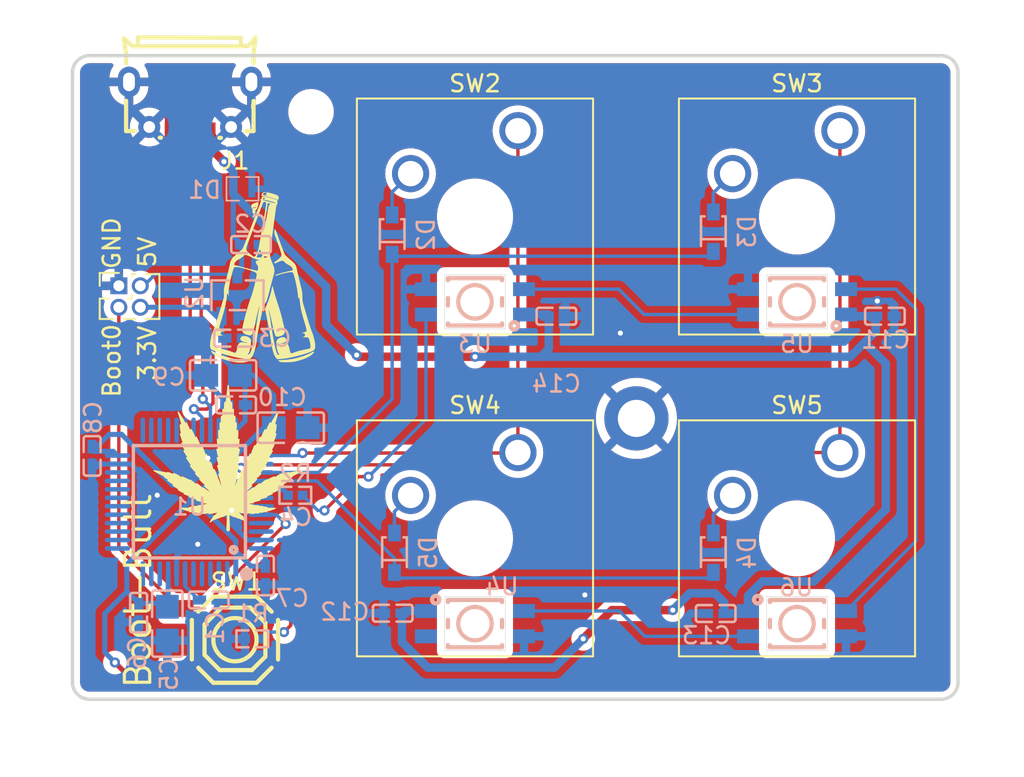
<source format=kicad_pcb>
(kicad_pcb (version 20240108) (generator "pcbnew") (generator_version "8.0")
  (layers (0 "F.Cu" signal) (31 "B.Cu" signal) (34 "B.Paste" user) (35 "F.Paste" user) (36 "B.SilkS" user "B.Silkscreen") (37 "F.SilkS" user "F.Silkscreen") (38 "B.Mask" user) (39 "F.Mask" user) (44 "Edge.Cuts" user))
  (net 0 "")
  (net 1 "Net-(U1-NRST)")
  (net 2 "GND")
  (net 3 "+5V")
  (net 4 "+3.3V")
  (net 5 "/STM32/USB D-")
  (net 7 "/STM32/USB D+")
  (net 24 "/STM32/Boot")
  (net 31 "Net-(SW1-C)")
  (net 32 "/Keyboard Matrix/Row0")
  (net 33 "Net-(D2-Pad2)")
  (net 34 "Net-(D3-Pad2)")
  (net 35 "Net-(D4-Pad2)")
  (net 36 "/Keyboard Matrix/Row1")
  (net 37 "Net-(D5-Pad2)")
  (net 38 "Net-(U3-DIN)")
  (net 39 "/RGB LEDs/LED_Control")
  (net 41 "Net-(U3-DOUT)")
  (net 42 "Net-(U5-DOUT)")
  (net 43 "Net-(U4-DIN)")
  (net 44 "/Keyboard Matrix/Col0")
  (net 45 "/Keyboard Matrix/Col1")
  (footprint "JLClib:SW-SMD_4P-L5.1-W5.1-P3.70-LS6.5-TL-2" (layer "F.Cu") (at 173.76 82.5175 180)
    (property "Reference" "SW1" (at -0.094203 3.433084 0) (layer "F.SilkS"))
    (property "Value" "~")
    (pad "1" smd rect (at -3.3 -1.85 180) (size 1.7 1) (layers "F.Cu" "F.Paste" "F.Mask") (net 4 "+3.3V"))
    (pad "2" smd rect (at 3.3 -1.85 180) (size 1.7 1) (layers "F.Cu" "F.Paste" "F.Mask") (net 4 "+3.3V"))
    (pad "3" smd rect (at -3.3 1.85 180) (size 1.7 1) (layers "F.Cu" "F.Paste" "F.Mask") (net 31 "Net-(SW1-C)"))
    (pad "4" smd rect (at 3.3 1.85 180) (size 1.7 1) (layers "F.Cu" "F.Paste" "F.Mask") (net 24 "/STM32/Boot"))
  )
  (footprint "JLClib:SW_Cherry_MX_1.00u_Plate" (layer "F.Cu") (at 187.96 76.5175)
    (property "Reference" "SW4" (at 0 -7.874 0) (layer "F.SilkS"))
    (property "Value" "D")
    (pad "" np_thru_hole circle (at 0 0) (size 4 4) (drill 4) (layers "*.Cu" "*.Mask"))
    (pad "1" thru_hole circle (at 2.54 -5.08) (size 2.2 2.2) (drill 1.5) (layers "*.Cu" "*.Mask") (net 44 "/Keyboard Matrix/Col0"))
    (pad "2" thru_hole circle (at -3.81 -2.54) (size 2.2 2.2) (drill 1.5) (layers "*.Cu" "*.Mask") (net 37 "Net-(D5-Pad2)"))
  )
  (footprint "Connector_PinHeader_1.27mm:PinHeader_2x02_P1.27mm_Vertical" (layer "F.Cu") (at 166.89 61.5675)
    (property "Reference" "J2" (hide yes))
    (property "Value" "Conn_01x04_Pin" (hide yes))
    (pad "1" thru_hole rect (at 0 0) (size 1 1) (drill 0.65) (layers "*.Cu" "*.Mask") (net 2 "GND"))
    (pad "2" thru_hole oval (at 1.27 0) (size 1 1) (drill 0.65) (layers "*.Cu" "*.Mask") (net 3 "+5V"))
    (pad "3" thru_hole oval (at 0 1.27) (size 1 1) (drill 0.65) (layers "*.Cu" "*.Mask") (net 24 "/STM32/Boot"))
    (pad "4" thru_hole oval (at 1.27 1.27) (size 1 1) (drill 0.65) (layers "*.Cu" "*.Mask") (net 4 "+3.3V"))
  )
  (footprint "MountingHole:MountingHole_2.2mm_M2_DIN965" (layer "F.Cu") (at 178.26 51.2675)
    (property "Reference" "REF**" (hide yes))
    (property "Value" "MountingHole_2.2mm_M2_DIN965")
    (pad "" np_thru_hole circle (at 0 0) (size 2.2 2.2) (drill 2.2) (layers "*.Cu" "*.Mask"))
  )
  (footprint "LOGO" (layer "F.Cu") (at 173.21015 71.797082)
    (property "Reference" "G***" (hide yes))
    (property "Value" "LOGO" (hide yes))
  )
  (footprint "JLClib:MICRO-USB-SMD_MICROXNJ" (layer "F.Cu") (at 171.11 51.0975 180)
    (property "Reference" "J1" (at -2.65 -3.07 0) (layer "F.SilkS"))
    (property "Value" "USB_B_Micro")
    (pad "1" smd rect (at -1.3 -1.6 90) (size 1.6 0.4) (layers "F.Cu" "F.Paste" "F.Mask") (net 3 "+5V"))
    (pad "2" smd rect (at -0.65 -1.6 90) (size 1.6 0.4) (layers "F.Cu" "F.Paste" "F.Mask") (net 5 "/STM32/USB D-"))
    (pad "3" smd rect (at 0 -1.6 90) (size 1.6 0.4) (layers "F.Cu" "F.Paste" "F.Mask") (net 7 "/STM32/USB D+"))
    (pad "4" smd rect (at 0.65 -1.6 90) (size 1.6 0.4) (layers "F.Cu" "F.Paste" "F.Mask"))
    (pad "5" smd rect (at 1.3 -1.6 90) (size 1.6 0.4) (layers "F.Cu" "F.Paste" "F.Mask") (net 2 "GND"))
    (pad "6" thru_hole circle (at 2.42 -1.07 180) (size 1.3 1.3) (drill 0.700024) (layers "*.Cu" "*.Mask") (net 2 "GND"))
    (pad "7" thru_hole oval (at 3.62 1.6 180) (size 1.3 1.8) (drill oval 0.700024 1.099998) (layers "*.Cu" "*.Mask") (net 2 "GND"))
    (pad "8" thru_hole oval (at -3.62 1.6 180) (size 1.3 1.8) (drill oval 0.700024 1.099998) (layers "*.Cu" "*.Mask") (net 2 "GND"))
    (pad "9" thru_hole circle (at -2.42 -1.07 180) (size 1.3 1.3) (drill 0.700024) (layers "*.Cu" "*.Mask") (net 2 "GND"))
  )
  (footprint "MountingHole:MountingHole_2.2mm_M2_DIN965_Pad" (layer "F.Cu") (at 197.51 69.4175)
    (property "Reference" "REF**" (hide yes))
    (property "Value" "MountingHole_2.2mm_M2_DIN965_Pad")
    (pad "1" thru_hole circle (at 0 0) (size 3.8 3.8) (drill 2.2) (layers "*.Cu" "*.Mask") (net 2 "GND"))
  )
  (footprint "JLClib:SW_Cherry_MX_1.00u_Plate" (layer "F.Cu") (at 187.96 57.4675)
    (property "Reference" "SW2" (at 0 -7.874 0) (layer "F.SilkS"))
    (property "Value" "A")
    (pad "" np_thru_hole circle (at 0 0) (size 4 4) (drill 4) (layers "*.Cu" "*.Mask"))
    (pad "1" thru_hole circle (at 2.54 -5.08) (size 2.2 2.2) (drill 1.5) (layers "*.Cu" "*.Mask") (net 44 "/Keyboard Matrix/Col0"))
    (pad "2" thru_hole circle (at -3.81 -2.54) (size 2.2 2.2) (drill 1.5) (layers "*.Cu" "*.Mask") (net 33 "Net-(D2-Pad2)"))
  )
  (footprint "JLClib:SW_Cherry_MX_1.00u_Plate" (layer "F.Cu") (at 207.01 76.5175)
    (property "Reference" "SW5" (at 0 -7.874 0) (layer "F.SilkS"))
    (property "Value" "W")
    (pad "" np_thru_hole circle (at 0 0) (size 4 4) (drill 4) (layers "*.Cu" "*.Mask"))
    (pad "1" thru_hole circle (at 2.54 -5.08) (size 2.2 2.2) (drill 1.5) (layers "*.Cu" "*.Mask") (net 45 "/Keyboard Matrix/Col1"))
    (pad "2" thru_hole circle (at -3.81 -2.54) (size 2.2 2.2) (drill 1.5) (layers "*.Cu" "*.Mask") (net 35 "Net-(D4-Pad2)"))
  )
  (footprint "JLClib:SW_Cherry_MX_1.00u_Plate" (layer "F.Cu") (at 207.01 57.4675)
    (property "Reference" "SW3" (at 0 -7.874 0) (layer "F.SilkS"))
    (property "Value" "S")
    (pad "" np_thru_hole circle (at 0 0) (size 4 4) (drill 4) (layers "*.Cu" "*.Mask"))
    (pad "1" thru_hole circle (at 2.54 -5.08) (size 2.2 2.2) (drill 1.5) (layers "*.Cu" "*.Mask") (net 45 "/Keyboard Matrix/Col1"))
    (pad "2" thru_hole circle (at -3.81 -2.54) (size 2.2 2.2) (drill 1.5) (layers "*.Cu" "*.Mask") (net 34 "Net-(D3-Pad2)"))
  )
  (footprint "LOGO" (layer "F.Cu") (at 176.16 61.0675)
    (property "Reference" "G***" (hide yes))
    (property "Value" "LOGO" (hide yes))
  )
  (footprint "JLClib:SOD-323_L1.8-W1.3-LS2.5-RD" (layer "B.Cu") (at 183.06 58.5375 90)
    (property "Reference" "D2" (at 0 2 90) (layer "B.SilkS") (effects (justify mirror)))
    (property "Value" "A" (hide yes))
    (pad "1" smd rect (at -1.17 0 90) (size 1 0.75) (layers "B.Cu" "B.Paste" "B.Mask") (net 32 "/Keyboard Matrix/Row0"))
    (pad "2" smd rect (at 1.17 0 90) (size 1 0.75) (layers "B.Cu" "B.Paste" "B.Mask") (net 33 "Net-(D2-Pad2)"))
  )
  (footprint "JLClib:SOD-323_L1.8-W1.3-LS2.5-RD" (layer "B.Cu") (at 202.06 77.3675 90)
    (property "Reference" "D4" (at 0 2 90) (layer "B.SilkS") (effects (justify mirror)))
    (property "Value" "W" (hide yes))
    (pad "1" smd rect (at -1.17 0 90) (size 1 0.75) (layers "B.Cu" "B.Paste" "B.Mask") (net 36 "/Keyboard Matrix/Row1"))
    (pad "2" smd rect (at 1.17 0 90) (size 1 0.75) (layers "B.Cu" "B.Paste" "B.Mask") (net 35 "Net-(D4-Pad2)"))
  )
  (footprint "JLClib:C0805" (layer "B.Cu") (at 169.76 81.5675 -90)
    (property "Reference" "C5" (at 3 -0.1 90) (layer "B.SilkS") (effects (justify mirror)))
    (property "Value" "10nF")
    (pad "1" smd rect (at -1 0 270) (size 1.41 1.35) (layers "B.Cu" "B.Paste" "B.Mask") (net 4 "+3.3V"))
    (pad "2" smd rect (at 1 0 270) (size 1.41 1.35) (layers "B.Cu" "B.Paste" "B.Mask") (net 2 "GND"))
  )
  (footprint "JLClib:C0402" (layer "B.Cu") (at 165.31 71.6375 -90)
    (property "Reference" "C8" (at -2.27 -0.05 90) (layer "B.SilkS") (effects (justify mirror)))
    (property "Value" "100nF")
    (pad "1" smd rect (at -0.55 0 270) (size 0.79 0.54) (layers "B.Cu" "B.Paste" "B.Mask") (net 4 "+3.3V"))
    (pad "2" smd rect (at 0.55 0 270) (size 0.79 0.54) (layers "B.Cu" "B.Paste" "B.Mask") (net 2 "GND"))
  )
  (footprint "JLClib:C0402" (layer "B.Cu") (at 172.21 80.1675 180)
    (property "Reference" "C1" (at -0.38 -1.65 -90) (layer "B.SilkS") (effects (justify mirror)))
    (property "Value" "100nF")
    (pad "1" smd rect (at -0.55 0 180) (size 0.79 0.54) (layers "B.Cu" "B.Paste" "B.Mask") (net 2 "GND"))
    (pad "2" smd rect (at 0.55 0 180) (size 0.79 0.54) (layers "B.Cu" "B.Paste" "B.Mask") (net 1 "Net-(U1-NRST)"))
  )
  (footprint "JLClib:LED-SMD_L3.2-W2.8-TR" (layer "B.Cu") (at 187.96 62.5175)
    (property "Reference" "U3" (at 0 2.5 180) (layer "B.SilkS") (effects (justify mirror)))
    (property "Value" "A")
    (fp_rect (start 1.8 -1.6) (end -1.8 1.6) (stroke (width 0.03)) (fill none) (layer "Edge.Cuts"))
    (pad "1" smd rect (at 2.9 0.75 270) (size 0.82 1.3) (layers "B.Cu" "B.Paste" "B.Mask") (net 3 "+5V"))
    (pad "2" smd rect (at 2.9 -0.75 270) (size 0.82 1.3) (layers "B.Cu" "B.Paste" "B.Mask") (net 41 "Net-(U3-DOUT)"))
    (pad "3" smd rect (at -2.9 -0.75 270) (size 0.82 1.3) (layers "B.Cu" "B.Paste" "B.Mask") (net 2 "GND"))
    (pad "4" smd rect (at -2.9 0.75 270) (size 0.82 1.3) (layers "B.Cu" "B.Paste" "B.Mask") (net 38 "Net-(U3-DIN)"))
  )
  (footprint "JLClib:LED-SMD_L3.2-W2.8-TR" (layer "B.Cu") (at 207.01 62.5175)
    (property "Reference" "U5" (at 0 2.5 0) (layer "B.SilkS") (effects (justify mirror)))
    (property "Value" "S")
    (fp_rect (start 1.8 -1.6) (end -1.8 1.6) (stroke (width 0.03)) (fill none) (layer "Edge.Cuts"))
    (pad "1" smd rect (at 2.9 0.75 270) (size 0.82 1.3) (layers "B.Cu" "B.Paste" "B.Mask") (net 3 "+5V"))
    (pad "2" smd rect (at 2.9 -0.75 270) (size 0.82 1.3) (layers "B.Cu" "B.Paste" "B.Mask") (net 42 "Net-(U5-DOUT)"))
    (pad "3" smd rect (at -2.9 -0.75 270) (size 0.82 1.3) (layers "B.Cu" "B.Paste" "B.Mask") (net 2 "GND"))
    (pad "4" smd rect (at -2.9 0.75 270) (size 0.82 1.3) (layers "B.Cu" "B.Paste" "B.Mask") (net 41 "Net-(U3-DOUT)"))
  )
  (footprint "JLClib:C0402" (layer "B.Cu") (at 183.093393 80.948877 180)
    (property "Reference" "C12" (at 2.833393 0.081377 0) (layer "B.SilkS") (effects (justify mirror)))
    (property "Value" "100nF")
    (pad "1" smd rect (at -0.55 0 180) (size 0.79 0.54) (layers "B.Cu" "B.Paste" "B.Mask") (net 3 "+5V"))
    (pad "2" smd rect (at 0.55 0 180) (size 0.79 0.54) (layers "B.Cu" "B.Paste" "B.Mask") (net 2 "GND"))
  )
  (footprint "JLClib:R0402" (layer "B.Cu") (at 174.79 82.4675 180)
    (property "Reference" "R1" (at 0 1.5 0) (layer "B.SilkS") (effects (justify mirror)))
    (property "Value" "10K")
    (pad "1" smd rect (at -0.43 0 180) (size 0.57 0.54) (layers "B.Cu" "B.Paste" "B.Mask") (net 31 "Net-(SW1-C)"))
    (pad "2" smd rect (at 0.43 0 180) (size 0.57 0.54) (layers "B.Cu" "B.Paste" "B.Mask") (net 2 "GND"))
  )
  (footprint "JLClib:C0402" (layer "B.Cu") (at 212.21 63.3675)
    (property "Reference" "C11" (at 0.05 1.4 180) (layer "B.SilkS") (effects (justify mirror)))
    (property "Value" "100nF")
    (pad "1" smd rect (at -0.55 0) (size 0.79 0.54) (layers "B.Cu" "B.Paste" "B.Mask") (net 3 "+5V"))
    (pad "2" smd rect (at 0.55 0) (size 0.79 0.54) (layers "B.Cu" "B.Paste" "B.Mask") (net 2 "GND"))
  )
  (footprint "JLClib:C0402" (layer "B.Cu") (at 168.06 80.9175 -90)
    (property "Reference" "C6" (at 2.390639 0.079911 90) (layer "B.SilkS") (effects (justify mirror)))
    (property "Value" "1uF")
    (pad "1" smd rect (at -0.55 0 270) (size 0.79 0.54) (layers "B.Cu" "B.Paste" "B.Mask") (net 4 "+3.3V"))
    (pad "2" smd rect (at 0.55 0 270) (size 0.79 0.54) (layers "B.Cu" "B.Paste" "B.Mask") (net 2 "GND"))
  )
  (footprint "JLClib:LED-SMD_L3.2-W2.8-TR" (layer "B.Cu") (at 187.96 81.5675 180)
    (property "Reference" "U4" (at -1.58 2.19 0) (layer "B.SilkS") (effects (justify mirror)))
    (property "Value" "D")
    (fp_rect (start 1.8 -1.6) (end -1.8 1.6) (stroke (width 0.03)) (fill none) (layer "Edge.Cuts"))
    (pad "1" smd rect (at 2.9 0.75 90) (size 0.82 1.3) (layers "B.Cu" "B.Paste" "B.Mask") (net 3 "+5V"))
    (pad "2" smd rect (at 2.9 -0.75 90) (size 0.82 1.3) (layers "B.Cu" "B.Paste" "B.Mask"))
    (pad "3" smd rect (at -2.9 -0.75 90) (size 0.82 1.3) (layers "B.Cu" "B.Paste" "B.Mask") (net 2 "GND"))
    (pad "4" smd rect (at -2.9 0.75 90) (size 0.82 1.3) (layers "B.Cu" "B.Paste" "B.Mask") (net 43 "Net-(U4-DIN)"))
  )
  (footprint "JLClib:C0402" (layer "B.Cu") (at 173.83 68.6175 180)
    (property "Reference" "C10" (at -2.73 0.45 0) (layer "B.SilkS") (effects (justify mirror)))
    (property "Value" "100nF")
    (pad "1" smd rect (at -0.55 0 180) (size 0.79 0.54) (layers "B.Cu" "B.Paste" "B.Mask") (net 4 "+3.3V"))
    (pad "2" smd rect (at 0.55 0 180) (size 0.79 0.54) (layers "B.Cu" "B.Paste" "B.Mask") (net 2 "GND"))
  )
  (footprint "JLClib:LED-SMD_L3.2-W2.8-TR" (layer "B.Cu") (at 207.01 81.5675 180)
    (property "Reference" "U6" (at 0.04 2.14 0) (layer "B.SilkS") (effects (justify mirror)))
    (property "Value" "W")
    (fp_rect (start 1.8 -1.6) (end -1.8 1.6) (stroke (width 0.03)) (fill none) (layer "Edge.Cuts"))
    (pad "1" smd rect (at 2.9 0.75 90) (size 0.82 1.3) (layers "B.Cu" "B.Paste" "B.Mask") (net 3 "+5V"))
    (pad "2" smd rect (at 2.9 -0.75 90) (size 0.82 1.3) (layers "B.Cu" "B.Paste" "B.Mask") (net 43 "Net-(U4-DIN)"))
    (pad "3" smd rect (at -2.9 -0.75 90) (size 0.82 1.3) (layers "B.Cu" "B.Paste" "B.Mask") (net 2 "GND"))
    (pad "4" smd rect (at -2.9 0.75 90) (size 0.82 1.3) (layers "B.Cu" "B.Paste" "B.Mask") (net 42 "Net-(U5-DOUT)"))
  )
  (footprint "JLClib:C0402" (layer "B.Cu") (at 192.775 63.3675)
    (property "Reference" "C14" (at 0 4 180) (layer "B.SilkS") (effects (justify mirror)))
    (property "Value" "100nF")
    (pad "1" smd rect (at -0.55 0) (size 0.79 0.54) (layers "B.Cu" "B.Paste" "B.Mask") (net 3 "+5V"))
    (pad "2" smd rect (at 0.55 0) (size 0.79 0.54) (layers "B.Cu" "B.Paste" "B.Mask") (net 2 "GND"))
  )
  (footprint "JLClib:C0402" (layer "B.Cu") (at 175.56 78.7175 -90)
    (property "Reference" "C7" (at 1.35 -1.6 0) (layer "B.SilkS") (effects (justify mirror)))
    (property "Value" "100nF")
    (pad "1" smd rect (at -0.55 0 270) (size 0.79 0.54) (layers "B.Cu" "B.Paste" "B.Mask") (net 4 "+3.3V"))
    (pad "2" smd rect (at 0.55 0 270) (size 0.79 0.54) (layers "B.Cu" "B.Paste" "B.Mask") (net 2 "GND"))
  )
  (footprint "JLClib:C0805" (layer "B.Cu") (at 173.06 66.8675 180)
    (property "Reference" "C9" (at 3.2 -0.1 0) (layer "B.SilkS") (effects (justify mirror)))
    (property "Value" "4.7uF")
    (pad "1" smd rect (at -1 0 180) (size 1.41 1.35) (layers "B.Cu" "B.Paste" "B.Mask") (net 4 "+3.3V"))
    (pad "2" smd rect (at 1 0 180) (size 1.41 1.35) (layers "B.Cu" "B.Paste" "B.Mask") (net 2 "GND"))
  )
  (footprint "JLClib:C0402" (layer "B.Cu") (at 174.71 59.1275)
    (property "Reference" "C2" (at -0.01 -1.22 0) (layer "B.SilkS") (effects (justify mirror)))
    (property "Value" "1uF")
    (pad "1" smd rect (at -0.55 0) (size 0.79 0.54) (layers "B.Cu" "B.Paste" "B.Mask") (net 3 "+5V"))
    (pad "2" smd rect (at 0.55 0) (size 0.79 0.54) (layers "B.Cu" "B.Paste" "B.Mask") (net 2 "GND"))
  )
  (footprint "JLClib:SOT-23-3_L2.9-W1.6-P1.90-LS2.8-BR" (layer "B.Cu") (at 173.91 62.1275 -90)
    (property "Reference" "U2" (at -0.15 2.55 90) (layer "B.SilkS") (effects (justify mirror)))
    (property "Value" "XC6206P332MR-G")
    (pad "1" smd rect (at 1.24 -0.95 270) (size 1.07 0.6) (layers "B.Cu" "B.Paste" "B.Mask") (net 2 "GND"))
    (pad "2" smd rect (at 1.24 0.95 270) (size 1.07 0.6) (layers "B.Cu" "B.Paste" "B.Mask") (net 4 "+3.3V"))
    (pad "3" smd rect (at -1.24 0 270) (size 1.07 0.6) (layers "B.Cu" "B.Paste" "B.Mask") (net 3 "+5V"))
  )
  (footprint "JLClib:C0402" (layer "B.Cu") (at 173.71 64.6675)
    (property "Reference" "C3" (at 2.41 0 0) (layer "B.SilkS") (effects (justify mirror)))
    (property "Value" "1uF")
    (pad "1" smd rect (at -0.55 0) (size 0.79 0.54) (layers "B.Cu" "B.Paste" "B.Mask") (net 4 "+3.3V"))
    (pad "2" smd rect (at 0.55 0) (size 0.79 0.54) (layers "B.Cu" "B.Paste" "B.Mask") (net 2 "GND"))
  )
  (footprint "JLClib:SOD-323_L1.8-W1.3-LS2.5-RD" (layer "B.Cu") (at 183.1975 77.3675 90)
    (property "Reference" "D5" (at 0 2 90) (layer "B.SilkS") (effects (justify mirror)))
    (property "Value" "D" (hide yes))
    (pad "1" smd rect (at -1.17 0 90) (size 1 0.75) (layers "B.Cu" "B.Paste" "B.Mask") (net 36 "/Keyboard Matrix/Row1"))
    (pad "2" smd rect (at 1.17 0 90) (size 1 0.75) (layers "B.Cu" "B.Paste" "B.Mask") (net 37 "Net-(D5-Pad2)"))
  )
  (footprint "JLClib:C0805" (layer "B.Cu") (at 177.06 69.9675)
    (property "Reference" "C4" (at 0.3 5.3 0) (layer "B.SilkS") (effects (justify mirror)))
    (property "Value" "4.7uF")
    (pad "1" smd rect (at -1 0) (size 1.41 1.35) (layers "B.Cu" "B.Paste" "B.Mask") (net 4 "+3.3V"))
    (pad "2" smd rect (at 1 0) (size 1.41 1.35) (layers "B.Cu" "B.Paste" "B.Mask") (net 2 "GND"))
  )
  (footprint "JLClib:D1610-RD" (layer "B.Cu") (at 174.21 55.8275)
    (property "Reference" "D1" (at -2.25 0.07 0) (layer "B.SilkS") (effects (justify mirror)))
    (property "Value" "ESDA7P60-1U1M")
    (pad "1" smd rect (at -0.55 0 270) (size 1 0.4) (layers "B.Cu" "B.Paste" "B.Mask") (net 3 "+5V"))
    (pad "2" smd rect (at 0.55 0 270) (size 1 0.4) (layers "B.Cu" "B.Paste" "B.Mask") (net 2 "GND"))
  )
  (footprint "JLClib:LQFP-48_L7.0-W7.0-P0.50-LS9.0-BL" (layer "B.Cu") (at 171.06 74.3675 180)
    (property "Reference" "U1" (at 0 -0.28 0) (layer "B.SilkS") (effects (justify mirror)))
    (property "Value" "STM32F072CBT6")
    (pad "1" smd oval (at -2.75 -4.25 180) (size 0.27 1.5) (layers "B.Cu" "B.Paste" "B.Mask") (net 4 "+3.3V"))
    (pad "2" smd oval (at -2.25 -4.25 180) (size 0.27 1.5) (layers "B.Cu" "B.Paste" "B.Mask"))
    (pad "3" smd oval (at -1.75 -4.25 180) (size 0.27 1.5) (layers "B.Cu" "B.Paste" "B.Mask"))
    (pad "4" smd oval (at -1.25 -4.25 180) (size 0.27 1.5) (layers "B.Cu" "B.Paste" "B.Mask"))
    (pad "5" smd oval (at -0.75 -4.25 180) (size 0.27 1.5) (layers "B.Cu" "B.Paste" "B.Mask"))
    (pad "6" smd oval (at -0.25 -4.25 180) (size 0.27 1.5) (layers "B.Cu" "B.Paste" "B.Mask"))
    (pad "7" smd oval (at 0.25 -4.25 180) (size 0.27 1.5) (layers "B.Cu" "B.Paste" "B.Mask") (net 1 "Net-(U1-NRST)"))
    (pad "8" smd oval (at 0.75 -4.25 180) (size 0.27 1.5) (layers "B.Cu" "B.Paste" "B.Mask") (net 2 "GND"))
    (pad "9" smd oval (at 1.25 -4.25 180) (size 0.27 1.5) (layers "B.Cu" "B.Paste" "B.Mask") (net 4 "+3.3V"))
    (pad "10" smd oval (at 1.75 -4.25 180) (size 0.27 1.5) (layers "B.Cu" "B.Paste" "B.Mask"))
    (pad "11" smd oval (at 2.25 -4.25 180) (size 0.27 1.5) (layers "B.Cu" "B.Paste" "B.Mask"))
    (pad "12" smd oval (at 2.75 -4.25 180) (size 0.27 1.5) (layers "B.Cu" "B.Paste" "B.Mask"))
    (pad "13" smd oval (at 4.25 -2.75 180) (size 1.5 0.27) (layers "B.Cu" "B.Paste" "B.Mask"))
    (pad "14" smd oval (at 4.25 -2.25 180) (size 1.5 0.27) (layers "B.Cu" "B.Paste" "B.Mask"))
    (pad "15" smd oval (at 4.25 -1.75 180) (size 1.5 0.27) (layers "B.Cu" "B.Paste" "B.Mask"))
    (pad "16" smd oval (at 4.25 -1.25 180) (size 1.5 0.27) (layers "B.Cu" "B.Paste" "B.Mask"))
    (pad "17" smd oval (at 4.25 -0.75 180) (size 1.5 0.27) (layers "B.Cu" "B.Paste" "B.Mask"))
    (pad "18" smd oval (at 4.25 -0.25 180) (size 1.5 0.27) (layers "B.Cu" "B.Paste" "B.Mask"))
    (pad "19" smd oval (at 4.25 0.25 180) (size 1.5 0.27) (layers "B.Cu" "B.Paste" "B.Mask"))
    (pad "20" smd oval (at 4.25 0.75 180) (size 1.5 0.27) (layers "B.Cu" "B.Paste" "B.Mask"))
    (pad "21" smd oval (at 4.25 1.25 180) (size 1.5 0.27) (layers "B.Cu" "B.Paste" "B.Mask"))
    (pad "22" smd oval (at 4.25 1.75 180) (size 1.5 0.27) (layers "B.Cu" "B.Paste" "B.Mask"))
    (pad "23" smd oval (at 4.25 2.25 180) (size 1.5 0.27) (layers "B.Cu" "B.Paste" "B.Mask") (net 2 "GND"))
    (pad "24" smd oval (at 4.25 2.75 180) (size 1.5 0.27) (layers "B.Cu" "B.Paste" "B.Mask") (net 4 "+3.3V"))
    (pad "25" smd oval (at 2.75 4.25 180) (size 0.27 1.5) (layers "B.Cu" "B.Paste" "B.Mask"))
    (pad "26" smd oval (at 2.25 4.25 180) (size 0.27 1.5) (layers "B.Cu" "B.Paste" "B.Mask"))
    (pad "27" smd oval (at 1.75 4.25 180) (size 0.27 1.5) (layers "B.Cu" "B.Paste" "B.Mask"))
    (pad "28" smd oval (at 1.25 4.25 180) (size 0.27 1.5) (layers "B.Cu" "B.Paste" "B.Mask"))
    (pad "29" smd oval (at 0.75 4.25 180) (size 0.27 1.5) (layers "B.Cu" "B.Paste" "B.Mask"))
    (pad "30" smd oval (at 0.25 4.25 180) (size 0.27 1.5) (layers "B.Cu" "B.Paste" "B.Mask"))
    (pad "31" smd oval (at -0.25 4.25 180) (size 0.27 1.5) (layers "B.Cu" "B.Paste" "B.Mask"))
    (pad "32" smd oval (at -0.75 4.25 180) (size 0.27 1.5) (layers "B.Cu" "B.Paste" "B.Mask") (net 5 "/STM32/USB D-"))
    (pad "33" smd oval (at -1.25 4.25 180) (size 0.27 1.5) (layers "B.Cu" "B.Paste" "B.Mask") (net 7 "/STM32/USB D+"))
    (pad "34" smd oval (at -1.75 4.25 180) (size 0.27 1.5) (layers "B.Cu" "B.Paste" "B.Mask"))
    (pad "35" smd oval (at -2.25 4.25 180) (size 0.27 1.5) (layers "B.Cu" "B.Paste" "B.Mask") (net 2 "GND"))
    (pad "36" smd oval (at -2.75 4.25 180) (size 0.27 1.5) (layers "B.Cu" "B.Paste" "B.Mask") (net 4 "+3.3V"))
    (pad "37" smd oval (at -4.25 2.75 180) (size 1.5 0.27) (layers "B.Cu" "B.Paste" "B.Mask") (net 44 "/Keyboard Matrix/Col0"))
    (pad "38" smd oval (at -4.25 2.25 180) (size 1.5 0.27) (layers "B.Cu" "B.Paste" "B.Mask") (net 45 "/Keyboard Matrix/Col1"))
    (pad "39" smd oval (at -4.25 1.75 180) (size 1.5 0.27) (layers "B.Cu" "B.Paste" "B.Mask") (net 32 "/Keyboard Matrix/Row0"))
    (pad "40" smd oval (at -4.25 1.25 180) (size 1.5 0.27) (layers "B.Cu" "B.Paste" "B.Mask") (net 36 "/Keyboard Matrix/Row1"))
    (pad "41" smd oval (at -4.25 0.75 180) (size 1.5 0.27) (layers "B.Cu" "B.Paste" "B.Mask") (net 39 "/RGB LEDs/LED_Control"))
    (pad "42" smd oval (at -4.25 0.25 180) (size 1.5 0.27) (layers "B.Cu" "B.Paste" "B.Mask"))
    (pad "43" smd oval (at -4.25 -0.25 180) (size 1.5 0.27) (layers "B.Cu" "B.Paste" "B.Mask"))
    (pad "44" smd oval (at -4.25 -0.75 180) (size 1.5 0.27) (layers "B.Cu" "B.Paste" "B.Mask") (net 24 "/STM32/Boot"))
    (pad "45" smd oval (at -4.25 -1.25 180) (size 1.5 0.27) (layers "B.Cu" "B.Paste" "B.Mask"))
    (pad "46" smd oval (at -4.25 -1.75 180) (size 1.5 0.27) (layers "B.Cu" "B.Paste" "B.Mask"))
    (pad "47" smd oval (at -4.25 -2.25 180) (size 1.5 0.27) (layers "B.Cu" "B.Paste" "B.Mask") (net 2 "GND"))
    (pad "48" smd oval (at -4.25 -2.75 180) (size 1.5 0.27) (layers "B.Cu" "B.Paste" "B.Mask") (net 4 "+3.3V"))
  )
  (footprint "JLClib:SOD-323_L1.8-W1.3-LS2.5-RD" (layer "B.Cu") (at 202.06 58.3675 90)
    (property "Reference" "D3" (at 0 2 90) (layer "B.SilkS") (effects (justify mirror)))
    (property "Value" "S" (hide yes))
    (pad "1" smd rect (at -1.17 0 90) (size 1 0.75) (layers "B.Cu" "B.Paste" "B.Mask") (net 32 "/Keyboard Matrix/Row0"))
    (pad "2" smd rect (at 1.17 0 90) (size 1 0.75) (layers "B.Cu" "B.Paste" "B.Mask") (net 34 "Net-(D3-Pad2)"))
  )
  (footprint "JLClib:R0402" (layer "B.Cu") (at 177.33 73.9675)
    (property "Reference" "R2" (at 0 -1.3 180) (layer "B.SilkS") (effects (justify mirror)))
    (property "Value" "470")
    (pad "1" smd rect (at -0.43 0) (size 0.57 0.54) (layers "B.Cu" "B.Paste" "B.Mask") (net 39 "/RGB LEDs/LED_Control"))
    (pad "2" smd rect (at 0.43 0) (size 0.57 0.54) (layers "B.Cu" "B.Paste" "B.Mask") (net 38 "Net-(U3-DIN)"))
  )
  (footprint "JLClib:C0402" (layer "B.Cu") (at 202.201343 80.968257 180)
    (property "Reference" "C13" (at 0.541343 -1.299243 0) (layer "B.SilkS") (effects (justify mirror)))
    (property "Value" "100nF")
    (pad "1" smd rect (at -0.55 0 180) (size 0.79 0.54) (layers "B.Cu" "B.Paste" "B.Mask") (net 3 "+5V"))
    (pad "2" smd rect (at 0.55 0 180) (size 0.79 0.54) (layers "B.Cu" "B.Paste" "B.Mask") (net 2 "GND"))
  )
  (gr_line (start 216.535 85.0425) (end 216.535 48.9425) (stroke (width 0.2)) (layer "Edge.Cuts"))
  (gr_arc (start 164.1475 48.9425) (mid 164.440393 48.235393) (end 165.1475 47.9425) (stroke (width 0.2)) (layer "Edge.Cuts"))
  (gr_line (start 164.1475 48.9425) (end 164.1475 85.0425) (stroke (width 0.2)) (layer "Edge.Cuts"))
  (gr_line (start 215.535 47.9425) (end 165.1475 47.9425) (stroke (width 0.2)) (layer "Edge.Cuts"))
  (gr_arc (start 216.535 85.0425) (mid 216.242107 85.749607) (end 215.535 86.0425) (stroke (width 0.2)) (layer "Edge.Cuts"))
  (gr_arc (start 165.1475 86.0425) (mid 164.440393 85.749607) (end 164.1475 85.0425) (stroke (width 0.2)) (layer "Edge.Cuts"))
  (gr_arc (start 215.535 47.9425) (mid 216.242107 48.235393) (end 216.535 48.9425) (stroke (width 0.2)) (layer "Edge.Cuts"))
  (gr_line (start 165.1475 86.0425) (end 215.535 86.0425) (stroke (width 0.2)) (layer "Edge.Cuts"))
  (gr_text "5V" (at 169.16 60.5675 90) (layer "F.SilkS") (effects (font (size 1 1)) (justify left bottom)))
  (gr_text "GND" (at 167.06 60.6675 90) (layer "F.SilkS") (effects (font (size 1 1)) (justify left bottom)))
  (gr_text "3.3V" (at 169.16 67.2675 90) (layer "F.SilkS") (effects (font (size 1 1)) (justify left bottom)))
  (gr_text "Boot-Butt" (at 168.91 85.5175 90) (layer "F.SilkS") (effects (font (size 1.5 1.5) (thickness 0.1875)) (justify left bottom)))
  (gr_text "Boot0" (at 167.06 68.2675 90) (layer "F.SilkS") (effects (font (size 1 1)) (justify left bottom)))
  (segment (start 170.81 78.6175) (end 170.76 78.5675) (width 0.2) (layer "B.Cu") (net 1))
  (segment (start 170.81 78.6175) (end 170.81 79.347683) (width 0.2) (layer "B.Cu") (net 1))
  (segment (start 170.81 79.347683) (end 171.629817 80.1675) (width 0.2) (layer "B.Cu") (net 1))
  (segment (start 171.629817 80.1675) (end 171.66 80.1675) (width 0.2) (layer "B.Cu") (net 1))
  (segment (start 169.46 74.2675) (end 169.46 74.7675) (width 0.3) (layer "F.Cu") (net 2))
  (segment (start 169.16 73.9675) (end 169.46 74.2675) (width 0.3) (layer "F.Cu") (net 2))
  (segment (start 170.06 73.8675) (end 172.16 71.7675) (width 0.3) (layer "F.Cu") (net 2))
  (segment (start 169.46 74.7675) (end 171.56 76.8675) (width 0.3) (layer "F.Cu") (net 2))
  (segment (start 169.26 73.8675) (end 170.06 73.8675) (width 0.3) (layer "F.Cu") (net 2))
  (segment (start 169.16 73.9675) (end 169.26 73.8675) (width 0.3) (layer "F.Cu") (net 2))
  (segment (start 173.56 74.8675) (end 173.56 73.1675) (width 0.3) (layer "F.Cu") (net 2))
  (segment (start 173.56 73.1675) (end 172.16 71.7675) (width 0.3) (layer "F.Cu") (net 2))
  (segment (start 173.56 74.8675) (end 171.56 76.8675) (width 0.3) (layer "F.Cu") (net 2))
  (via (at 173.56 74.8675) (size 0.6) (drill 0.3) (layers "F.Cu" "B.Cu") (net 2))
  (via (at 194.46 79.8675) (size 0.6) (drill 0.3) (layers "F.Cu" "B.Cu") (net 2))
  (via (at 196.56 64.3675) (size 0.6) (drill 0.3) (layers "F.Cu" "B.Cu") (net 2))
  (via (at 171.56 76.8675) (size 0.6) (drill 0.3) (layers "F.Cu" "B.Cu") (net 2))
  (via (at 172.16 71.7675) (size 0.6) (drill 0.3) (layers "F.Cu" "B.Cu") (net 2))
  (via (at 169.16 73.9675) (size 0.6) (drill 0.3) (layers "F.Cu" "B.Cu") (net 2))
  (via (at 211.76 62.4675) (size 0.6) (drill 0.3) (layers "F.Cu" "B.Cu") (net 2))
  (segment (start 166.81 72.1175) (end 167.610894 72.1175) (width 0.3) (layer "B.Cu") (net 2))
  (segment (start 212.36 62.4675) (end 212.76 62.8675) (width 0.3) (layer "B.Cu") (net 2))
  (segment (start 167.610894 72.1175) (end 169.16 73.666606) (width 0.3) (layer "B.Cu") (net 2))
  (segment (start 171.56 76.8675) (end 171.01 76.8675) (width 0.3) (layer "B.Cu") (net 2))
  (segment (start 172.06 67.2675) (end 172.06 66.8675) (width 0.3) (layer "B.Cu") (net 2))
  (segment (start 170.31 77.5675) (end 170.31 78.6175) (width 0.3) (layer "B.Cu") (net 2))
  (segment (start 174.509106 76.6175) (end 175.31 76.6175) (width 0.3) (layer "B.Cu") (net 2))
  (segment (start 172.16 71.7675) (end 172.460894 71.7675) (width 0.3) (layer "B.Cu") (net 2))
  (segment (start 169.16 73.666606) (end 169.16 73.9675) (width 0.3) (layer "B.Cu") (net 2))
  (segment (start 193.06 63.3675) (end 193.06 62.8675) (width 0.3) (layer "B.Cu") (net 2))
  (segment (start 193.06 62.8675) (end 193.16 62.7675) (width 0.3) (layer "B.Cu") (net 2))
  (segment (start 173.56 74.8675) (end 173.56 75.668394) (width 0.3) (layer "B.Cu") (net 2))
  (segment (start 173.31 70.1175) (end 173.31 68.5175) (width 0.3) (layer "B.Cu") (net 2))
  (segment (start 172.460894 71.7675) (end 173.31 70.918394) (width 0.3) (layer "B.Cu") (net 2))
  (segment (start 212.76 62.8675) (end 212.76 63.3675) (width 0.3) (layer "B.Cu") (net 2))
  (segment (start 173.31 70.918394) (end 173.31 70.1175) (width 0.3) (layer "B.Cu") (net 2))
  (segment (start 165.52 72.1175) (end 166.81 72.1175) (width 0.3) (layer "B.Cu") (net 2))
  (segment (start 171.01 76.8675) (end 170.31 77.5675) (width 0.3) (layer "B.Cu") (net 2))
  (segment (start 173.56 75.668394) (end 174.509106 76.6175) (width 0.3) (layer "B.Cu") (net 2))
  (segment (start 211.76 62.4675) (end 212.36 62.4675) (width 0.3) (layer "B.Cu") (net 2))
  (segment (start 165.31 71.9075) (end 165.52 72.1175) (width 0.3) (layer "B.Cu") (net 2))
  (segment (start 193.06 63.3675) (end 193.06 63.9675) (width 0.3) (layer "B.Cu") (net 2))
  (segment (start 193.06 63.9675) (end 193.36 64.2675) (width 0.3) (layer "B.Cu") (net 2))
  (segment (start 173.31 68.5175) (end 172.06 67.2675) (width 0.3) (layer "B.Cu") (net 2))
  (segment (start 172.41 53.5175) (end 173.11 54.2175) (width 0.5) (layer "F.Cu") (net 3))
  (segment (start 172.41 52.6975) (end 172.41 53.5175) (width 0.5) (layer "F.Cu") (net 3))
  (segment (start 196.06 80.7675) (end 199.66 80.7675) (width 0.5) (layer "F.Cu") (net 3))
  (segment (start 194.36 82.4675) (end 196.06 80.7675) (width 0.5) (layer "F.Cu") (net 3))
  (segment (start 181.06 65.7675) (end 187.96 65.7675) (width 0.5) (layer "F.Cu") (net 3))
  (segment (start 180.96 65.6675) (end 181.06 65.7675) (width 0.5) (layer "F.Cu") (net 3))
  (via (at 173.11 54.2175) (size 0.6) (drill 0.3) (layers "F.Cu" "B.Cu") (net 3))
  (via (at 187.96 65.7675) (size 0.6) (drill 0.3) (layers "F.Cu" "B.Cu") (net 3))
  (via (at 199.66 80.7675) (size 0.6) (drill 0.3) (layers "F.Cu" "B.Cu") (net 3))
  (via (at 194.36 82.4675) (size 0.6) (drill 0.3) (layers "F.Cu" "B.Cu") (net 3))
  (via (at 180.96 65.6675) (size 0.6) (drill 0.3) (layers "F.Cu" "B.Cu") (net 3))
  (segment (start 209.845 63.3675) (end 211.36 63.3675) (width 0.5) (layer "B.Cu") (net 3))
  (segment (start 204.11 79.9175) (end 204.11 80.8175) (width 0.5) (layer "B.Cu") (net 3))
  (segment (start 210.167107 65.7675) (end 211.013553 64.921053) (width 0.5) (layer "B.Cu") (net 3))
  (segment (start 174.16 59.1275) (end 174.16 60.6375) (width 0.3) (layer "B.Cu") (net 3))
  (segment (start 173.66 55.8275) (end 173.66 56.1275) (width 0.5) (layer "B.Cu") (net 3))
  (segment (start 202.852857 80.968257) (end 202.7021 80.8175) (width 0.5) (layer "B.Cu") (net 3))
  (segment (start 174.16 60.6375) (end 173.91 60.8875) (width 0.3) (layer "B.Cu") (net 3))
  (segment (start 184.75 83.7575) (end 185.16 84.1675) (width 0.5) (layer "B.Cu") (net 3))
  (segment (start 185.16 80.8175) (end 183.77477 80.8175) (width 0.5) (layer "B.Cu") (net 3))
  (segment (start 192.66 84.1675) (end 194.36 82.4675) (width 0.5) (layer "B.Cu") (net 3))
  (segment (start 173.11 54.2175) (end 173.66 54.7675) (width 0.5) (layer "B.Cu") (net 3))
  (segment (start 179.16 61.6275) (end 179.16 63.8675) (width 0.5) (layer "B.Cu") (net 3))
  (segment (start 169.04 60.8875) (end 173.91 60.8875) (width 0.2) (layer "B.Cu") (net 3))
  (segment (start 183.643393 82.660893) (end 184.75 83.7675) (width 0.5) (layer "B.Cu") (net 3))
  (segment (start 192.325 65.3025) (end 191.86 65.7675) (width 0.5) (layer "B.Cu") (net 3))
  (segment (start 183.77477 80.8175) (end 183.643393 80.948877) (width 0.5) (layer "B.Cu") (net 3))
  (segment (start 211.66 63.3675) (end 211.66 64.274606) (width 0.5) (layer "B.Cu") (net 3))
  (segment (start 212.26 74.803034) (end 207.995534 79.0675) (width 0.5) (layer "B.Cu") (net 3))
  (segment (start 204.96 79.0675) (end 204.11 79.9175) (width 0.5) (layer "B.Cu") (net 3))
  (segment (start 211.36 63.3675) (end 211.495 63.5025) (width 0.5) (layer "B.Cu") (net 3))
  (segment (start 202.751343 80.866743) (end 202.751343 80.968257) (width 0.5) (layer "B.Cu") (net 3))
  (segment (start 192.325 63.2675) (end 192.325 65.3025) (width 0.5) (layer "B.Cu") (net 3))
  (segment (start 190.76 63.2675) (end 192.325 63.2675) (width 0.5) (layer "B.Cu") (net 3))
  (segment (start 199.66 80.7675) (end 200.66 79.7675) (width 0.5) (layer "B.Cu") (net 3))
  (segment (start 204.059243 80.968257) (end 202.852857 80.968257) (width 0.5) (layer "B.Cu") (net 3))
  (segment (start 173.66 55.8275) (end 173.66 58.6275) (width 0.3) (layer "B.Cu") (net 3))
  (segment (start 185.16 84.1675) (end 192.66 84.1675) (width 0.5) (layer "B.Cu") (net 3))
  (segment (start 202.7021 80.3096) (end 202.7021 80.8175) (width 0.5) (layer "B.Cu") (net 3))
  (segment (start 207.995534 79.0675) (end 204.96 79.0675) (width 0.5) (layer "B.Cu") (net 3))
  (segment (start 211.66 64.274606) (end 211.013553 64.921053) (width 0.5) (layer "B.Cu") (net 3))
  (segment (start 211.36 63.3675) (end 211.46 63.4675) (width 0.5) (layer "B.Cu") (net 3))
  (segment (start 200.66 79.7675) (end 202.16 79.7675) (width 0.5) (layer "B.Cu") (net 3))
  (segment (start 211.013553 64.921053) (end 212.26 66.1675) (width 0.5) (layer "B.Cu") (net 3))
  (segment (start 202.7021 80.8175) (end 202.751343 80.866743) (width 0.5) (layer "B.Cu") (net 3))
  (segment (start 168.26 61.6675) (end 169.04 60.8875) (width 0.2) (layer "B.Cu") (net 3))
  (segment (start 202.16 79.7675) (end 202.7021 80.3096) (width 0.5) (layer "B.Cu") (net 3))
  (segment (start 183.643393 80.948877) (end 183.643393 82.660893) (width 0.5) (layer "B.Cu") (net 3))
  (segment (start 173.66 58.6275) (end 174.16 59.1275) (width 0.3) (layer "B.Cu") (net 3))
  (segment (start 212.26 66.1675) (end 212.26 74.803034) (width 0.5) (layer "B.Cu") (net 3))
  (segment (start 204.21 80.8175) (end 204.059243 80.968257) (width 0.5) (layer "B.Cu") (net 3))
  (segment (start 187.96 65.7675) (end 191.86 65.7675) (width 0.5) (layer "B.Cu") (net 3))
  (segment (start 179.16 63.8675) (end 180.96 65.6675) (width 0.5) (layer "B.Cu") (net 3))
  (segment (start 173.66 56.1275) (end 179.16 61.6275) (width 0.5) (layer "B.Cu") (net 3))
  (segment (start 184.75 83.7675) (end 184.75 83.7575) (width 0.5) (layer "B.Cu") (net 3))
  (segment (start 191.86 65.7675) (end 210.167107 65.7675) (width 0.5) (layer "B.Cu") (net 3))
  (segment (start 173.66 54.7675) (end 173.66 55.8275) (width 0.5) (layer "B.Cu") (net 3))
  (segment (start 168.16 61.5675) (end 168.26 61.6675) (width 0.2) (layer "B.Cu") (net 3))
  (segment (start 167.16 84.3675) (end 170.46 84.3675) (width 0.3) (layer "F.Cu") (net 4))
  (segment (start 170.46 84.3675) (end 177.06 84.3675) (width 0.3) (layer "F.Cu") (net 4))
  (segment (start 166.66 83.8675) (end 167.16 84.3675) (width 0.3) (layer "F.Cu") (net 4))
  (via (at 166.66 83.8675) (size 0.6) (drill 0.3) (layers "F.Cu" "B.Cu") (net 4))
  (segment (start 167.06 70.3675) (end 166.31 70.3675) (width 0.3) (layer "B.Cu") (net 4))
  (segment (start 173.81 77.2675) (end 174.71 78.1675) (width 0.3) (layer "B.Cu") (net 4))
  (segment (start 176.06 68.0675) (end 176.06 69.9675) (width 0.3) (layer "B.Cu") (net 4))
  (segment (start 171.11 73.9175) (end 171.06 73.8675) (width 0.3) (layer "B.Cu") (net 4))
  (segment (start 173.385 76.2425) (end 173.335 76.1925) (width 0.3) (layer "B.Cu") (net 4))
  (segment (start 173.335 76.1925) (end 171.285 74.1425) (width 0.3) (layer "B.Cu") (net 4))
  (segment (start 173.16 64.6675) (end 173.16 65.9675) (width 0.3) (layer "B.Cu") (net 4))
  (segment (start 171.36 73.8675) (end 171.285 73.9425) (width 0.3) (layer "B.Cu") (net 4))
  (segment (start 168.06 80.3675) (end 169.76 80.3675) (width 0.3) (layer "B.Cu") (net 4))
  (segment (start 166.06 83.2675) (end 166.66 83.8675) (width 0.3) (layer "B.Cu") (net 4))
  (segment (start 172.66 63.3675) (end 172.13 62.8375) (width 0.3) (layer "B.Cu") (net 4))
  (segment (start 172.96 63.3675) (end 172.66 63.3675) (width 0.3) (layer "B.Cu") (net 4))
  (segment (start 171.285 73.9425) (end 171.285 74.1425) (width 0.3) (layer "B.Cu") (net 4))
  (segment (start 171.285 74.1425) (end 171.185 74.0425) (width 0.3) (layer "B.Cu") (net 4))
  (segment (start 167.36 78.0675) (end 167.36 79.6675) (width 0.3) (layer "B.Cu") (net 4))
  (segment (start 167.36 79.6675) (end 166.06 80.9675) (width 0.3) (layer "B.Cu") (net 4))
  (segment (start 174.36 69.5675) (end 173.81 70.1175) (width 0.3) (layer "B.Cu") (net 4))
  (segment (start 171.56 73.8675) (end 171.56 74.3675) (width 0.3) (layer "B.Cu") (net 4))
  (segment (start 173.81 77.2675) (end 173.81 76.6675) (width 0.3) (layer "B.Cu") (net 4))
  (segment (start 171.11 74.3175) (end 171.11 73.9175) (width 0.3) (layer "B.Cu") (net 4))
  (segment (start 175.56 78.1675) (end 175.56 77.3675) (width 0.3) (layer "B.Cu") (net 4))
  (segment (start 175.46 69.9675) (end 176.06 69.9675) (width 0.3) (layer "B.Cu") (net 4))
  (segment (start 170.51 73.3675) (end 170.06 73.3675) (width 0.3) (layer "B.Cu") (net 4))
  (segment (start 173.81 78.6175) (end 173.81 77.2675) (width 0.3) (layer "B.Cu") (net 4))
  (segment (start 171.36 73.8675) (end 171.56 73.8675) (width 0.3) (layer "B.Cu") (net 4))
  (segment (start 175.56 77.3675) (end 175.31 77.1175) (width 0.3) (layer "B.Cu") (net 4))
  (segment (start 173.81 76.6675) (end 173.385 76.2425) (width 0.3) (layer "B.Cu") (net 4))
  (segment (start 173.81 76.6675) (end 173.335 76.1925) (width 0.3) (layer "B.Cu") (net 4))
  (segment (start 172.13 62.8375) (end 168.16 62.8375) (width 0.3) (layer "B.Cu") (net 4))
  (segment (start 173.16 65.9675) (end 174.06 66.8675) (width 0.3) (layer "B.Cu") (net 4))
  (segment (start 174.06 66.8675) (end 174.36 67.1675) (width 0.3) (layer "B.Cu") (net 4))
  (segment (start 170.06 73.3675) (end 167.06 70.3675) (width 0.3) (layer "B.Cu") (net 4))
  (segment (start 166.56 71.3675) (end 166.81 71.6175) (width 0.3) (layer "B.Cu") (net 4))
  (segment (start 171.06 73.8675) (end 171.36 73.8675) (width 0.3) (layer "B.Cu") (net 4))
  (segment (start 169.76 80.3675) (end 169.81 80.3175) (width 0.3) (layer "B.Cu") (net 4))
  (segment (start 172.96 64.4675) (end 173.16 64.6675) (width 0.3) (layer "B.Cu") (net 4))
  (segment (start 172.96 63.3675) (end 172.96 64.4675) (width 0.3) (layer "B.Cu") (net 4))
  (segment (start 171.185 74.3925) (end 171.535 74.3925) (width 0.3) (layer "B.Cu") (net 4))
  (segment (start 166.06 80.9675) (end 166.06 83.2675) (width 0.3) (layer "B.Cu") (net 4))
  (segment (start 166.31 70.3675) (end 165.31 71.3675) (width 0.3) (layer "B.Cu") (net 4))
  (segment (start 167.36 79.6675) (end 168.06 80.3675) (width 0.3) (layer "B.Cu") (net 4))
  (segment (start 171.535 74.3925) (end 171.185 74.0425) (width 0.3) (layer "B.Cu") (net 4))
  (segment (start 171.185 74.0425) (end 170.51 73.3675) (width 0.3) (layer "B.Cu") (net 4))
  (segment (start 165.31 71.3675) (end 166.56 71.3675) (width 0.3) (layer "B.Cu") (net 4))
  (segment (start 174.71 78.1675) (end 175.56 78.1675) (width 0.3) (layer "B.Cu") (net 4))
  (segment (start 169.81 80.3175) (end 169.81 78.6175) (width 0.3) (layer "B.Cu") (net 4))
  (segment (start 174.36 67.1675) (end 174.36 69.5675) (width 0.3) (layer "B.Cu") (net 4))
  (segment (start 171.56 74.3675) (end 171.535 74.3925) (width 0.3) (layer "B.Cu") (net 4))
  (segment (start 171.11 74.3175) (end 167.36 78.0675) (width 0.3) (layer "B.Cu") (net 4))
  (segment (start 174.86 66.8675) (end 176.06 68.0675) (width 0.3) (layer "B.Cu") (net 4))
  (segment (start 171.11 74.3175) (end 171.185 74.3925) (width 0.3) (layer "B.Cu") (net 4))
  (segment (start 171.56 73.8675) (end 175.46 69.9675) (width 0.3) (layer "B.Cu") (net 4))
  (segment (start 174.06 66.8675) (end 174.86 66.8675) (width 0.3) (layer "B.Cu") (net 4))
  (segment (start 172.46 68.516029) (end 172.46 64.0675) (width 0.2) (layer "F.Cu") (net 5))
  (segment (start 171.76 63.3675) (end 171.76 52.3975) (width 0.2) (layer "F.Cu") (net 5))
  (segment (start 172.46 64.0675) (end 171.76 63.3675) (width 0.2) (layer "F.Cu") (net 5))
  (segment (start 172.108174 68.867855) (end 172.46 68.516029) (width 0.2) (layer "F.Cu") (net 5))
  (segment (start 171.331254 68.867855) (end 172.108174 68.867855) (width 0.2) (layer "F.Cu") (net 5))
  (via (at 171.331254 68.867855) (size 0.6) (drill 0.3) (layers "F.Cu" "B.Cu") (net 5))
  (segment (start 171.81 69.346601) (end 171.331254 68.867855) (width 0.2) (layer "B.Cu") (net 5))
  (segment (start 171.81 70.1175) (end 171.81 69.346601) (width 0.2) (layer "B.Cu") (net 5))
  (segment (start 171.11 63.568971) (end 171.11 52.3975) (width 0.2) (layer "F.Cu") (net 7))
  (segment (start 171.86 64.318971) (end 171.11 63.568971) (width 0.2) (layer "F.Cu") (net 7))
  (segment (start 171.86 68.2675) (end 171.86 64.318971) (width 0.2) (layer "F.Cu") (net 7))
  (via (at 171.86 68.2675) (size 0.6) (drill 0.3) (layers "F.Cu" "B.Cu") (net 7))
  (segment (start 172.31 70.1175) (end 172.31 68.7175) (width 0.2) (layer "B.Cu") (net 7))
  (segment (start 172.31 68.7175) (end 171.86 68.2675) (width 0.2) (layer "B.Cu") (net 7))
  (segment (start 171.76 80.6675) (end 170.46 80.6675) (width 0.2) (layer "F.Cu") (net 24))
  (segment (start 176.76 75.6675) (end 171.76 80.6675) (width 0.2) (layer "F.Cu") (net 24))
  (segment (start 166.89 62.8375) (end 166.89 77.0975) (width 0.2) (layer "F.Cu") (net 24))
  (segment (start 166.89 77.0975) (end 170.46 80.6675) (width 0.2) (layer "F.Cu") (net 24))
  (via (at 176.76 75.6675) (size 0.6) (drill 0.3) (layers "F.Cu" "B.Cu") (net 24))
  (segment (start 175.31 75.1175) (end 176.21 75.1175) (width 0.2) (layer "B.Cu") (net 24))
  (segment (start 176.21 75.1175) (end 176.76 75.6675) (width 0.2) (layer "B.Cu") (net 24))
  (segment (start 177.06 81.6675) (end 176.66 82.0675) (width 0.2) (layer "F.Cu") (net 31))
  (segment (start 177.06 80.6675) (end 177.06 81.6675) (width 0.2) (layer "F.Cu") (net 31))
  (via (at 176.66 82.0675) (size 0.6) (drill 0.3) (layers "F.Cu" "B.Cu") (net 31))
  (segment (start 175.62 82.0675) (end 175.22 82.4675) (width 0.2) (layer "B.Cu") (net 31))
  (segment (start 176.66 82.0675) (end 175.62 82.0675) (width 0.2) (layer "B.Cu") (net 31))
  (segment (start 183.17 59.8175) (end 201.78 59.8175) (width 0.2) (layer "B.Cu") (net 32))
  (segment (start 183.06 59.7075) (end 183.17 59.8175) (width 0.2) (layer "B.Cu") (net 32))
  (segment (start 201.78 59.8175) (end 202.06 59.5375) (width 0.2) (layer "B.Cu") (net 32))
  (segment (start 178.71 72.6175) (end 175.31 72.6175) (width 0.2) (layer "B.Cu") (net 32))
  (segment (start 183.06 68.2675) (end 178.71 72.6175) (width 0.2) (layer "B.Cu") (net 32))
  (segment (start 183.06 59.7075) (end 183.06 68.2675) (width 0.2) (layer "B.Cu") (net 32))
  (segment (start 184.15 54.9275) (end 183.06 56.0175) (width 0.2) (layer "B.Cu") (net 33))
  (segment (start 183.06 56.0175) (end 183.06 57.3675) (width 0.2) (layer "B.Cu") (net 33))
  (segment (start 203.2 54.9275) (end 202.06 56.0675) (width 0.2) (layer "B.Cu") (net 34))
  (segment (start 202.06 56.0675) (end 202.06 57.1975) (width 0.2) (layer "B.Cu") (net 34))
  (segment (start 202.06 75.1175) (end 202.06 76.1975) (width 0.2) (layer "B.Cu") (net 35))
  (segment (start 203.2 73.9775) (end 202.06 75.1175) (width 0.2) (layer "B.Cu") (net 35))
  (segment (start 183.5275 78.8675) (end 201.73 78.8675) (width 0.2) (layer "B.Cu") (net 36))
  (segment (start 183.1975 77.705) (end 178.61 73.1175) (width 0.2) (layer "B.Cu") (net 36))
  (segment (start 183.1975 78.5375) (end 183.5275 78.8675) (width 0.2) (layer "B.Cu") (net 36))
  (segment (start 201.73 78.8675) (end 202.06 78.5375) (width 0.2) (layer "B.Cu") (net 36))
  (segment (start 178.61 73.1175) (end 175.31 73.1175) (width 0.2) (layer "B.Cu") (net 36))
  (segment (start 183.1975 78.5375) (end 183.1975 77.705) (width 0.2) (layer "B.Cu") (net 36))
  (segment (start 183.1975 74.93) (end 183.1975 76.1975) (width 0.2) (layer "B.Cu") (net 37))
  (segment (start 184.15 73.9775) (end 183.1975 74.93) (width 0.2) (layer "B.Cu") (net 37))
  (segment (start 181.06 72.8675) (end 181.66 72.8675) (width 0.2) (layer "F.Cu") (net 38))
  (segment (start 179.06 74.8675) (end 181.06 72.8675) (width 0.2) (layer "F.Cu") (net 38))
  (via (at 181.66 72.8675) (size 0.6) (drill 0.3) (layers "F.Cu" "B.Cu") (net 38))
  (via (at 179.06 74.8675) (size 0.6) (drill 0.3) (layers "F.Cu" "B.Cu") (net 38))
  (segment (start 179.06 74.8675) (end 178.66 74.8675) (width 0.2) (layer "B.Cu") (net 38))
  (segment (start 178.66 74.8675) (end 177.76 73.9675) (width 0.2) (layer "B.Cu") (net 38))
  (segment (start 185.06 69.4675) (end 185.06 63.2675) (width 0.2) (layer "B.Cu") (net 38))
  (segment (start 181.66 72.8675) (end 185.06 69.4675) (width 0.2) (layer "B.Cu") (net 38))
  (segment (start 175.31 73.6175) (end 176.59 73.6175) (width 0.3) (layer "B.Cu") (net 39))
  (segment (start 176.59 73.6175) (end 176.84 73.8675) (width 0.3) (layer "B.Cu") (net 39))
  (segment (start 190.76 61.7675) (end 196.46 61.7675) (width 0.2) (layer "B.Cu") (net 41))
  (segment (start 196.46 61.7675) (end 197.96 63.2675) (width 0.2) (layer "B.Cu") (net 41))
  (segment (start 197.96 63.2675) (end 204.21 63.2675) (width 0.2) (layer "B.Cu") (net 41))
  (segment (start 212.86 61.7675) (end 214.06 62.9675) (width 0.2) (layer "B.Cu") (net 42))
  (segment (start 214.06 62.9675) (end 214.06 76.6675) (width 0.2) (layer "B.Cu") (net 42))
  (segment (start 209.91 61.7675) (end 212.86 61.7675) (width 0.2) (layer "B.Cu") (net 42))
  (segment (start 214.06 76.6675) (end 209.91 80.8175) (width 0.2) (layer "B.Cu") (net 42))
  (segment (start 196.51 80.8175) (end 190.76 80.8175) (width 0.2) (layer "B.Cu") (net 43))
  (segment (start 198.01 82.3175) (end 196.51 80.8175) (width 0.2) (layer "B.Cu") (net 43))
  (segment (start 204.21 82.3175) (end 198.01 82.3175) (width 0.2) (layer "B.Cu") (net 43))
  (segment (start 190.29 71.4375) (end 190.26 71.4675) (width 0.2) (layer "F.Cu") (net 44))
  (segment (start 190.5 71.4375) (end 190.29 71.4375) (width 0.2) (layer "F.Cu") (net 44))
  (segment (start 190.26 71.4675) (end 177.76 71.4675) (width 0.2) (layer "F.Cu") (net 44))
  (segment (start 190.5 52.3875) (end 190.5 71.4375) (width 0.2) (layer "F.Cu") (net 44))
  (via (at 177.76 71.4675) (size 0.6) (drill 0.3) (layers "F.Cu" "B.Cu") (net 44))
  (segment (start 177.61 71.6175) (end 175.31 71.6175) (width 0.2) (layer "B.Cu") (net 44))
  (segment (start 177.76 71.4675) (end 177.61 71.6175) (width 0.2) (layer "B.Cu") (net 44))
  (segment (start 174.300884 72.1675) (end 188.36 72.1675) (width 0.2) (layer "F.Cu") (net 45))
  (segment (start 201.46 73.1675) (end 203.19 71.4375) (width 0.2) (layer "F.Cu") (net 45))
  (segment (start 203.19 71.4375) (end 209.55 71.4375) (width 0.2) (layer "F.Cu") (net 45))
  (segment (start 209.55 52.3875) (end 209.55 71.4375) (width 0.2) (layer "F.Cu") (net 45))
  (segment (start 174.119711 72.348673) (end 174.300884 72.1675) (width 0.2) (layer "F.Cu") (net 45))
  (segment (start 188.36 72.1675) (end 189.36 73.1675) (width 0.2) (layer "F.Cu") (net 45))
  (segment (start 189.36 73.1675) (end 201.46 73.1675) (width 0.2) (layer "F.Cu") (net 45))
  (via (at 174.119711 72.348673) (size 0.6) (drill 0.3) (layers "F.Cu" "B.Cu") (net 45))
  (segment (start 175.31 72.1175) (end 174.350884 72.1175) (width 0.2) (layer "B.Cu") (net 45))
  (segment (start 174.350884 72.1175) (end 174.119711 72.348673) (width 0.2) (layer "B.Cu") (net 45))
  (zone (net 2) (net_name "GND") (layers "F&B.Cu") (connect_pads (clearance 0.4)) (min_thickness 0.25) (fill yes (thermal_gap 0.5) (thermal_bridge_width 0.5))
    (polygon (pts (xy 220.46 46.6675) (xy 160.46 47.0675) (xy 159.86 90.6675) (xy 219.86 90.3675) (xy 220.16 48.4675)))
  )
)
</source>
